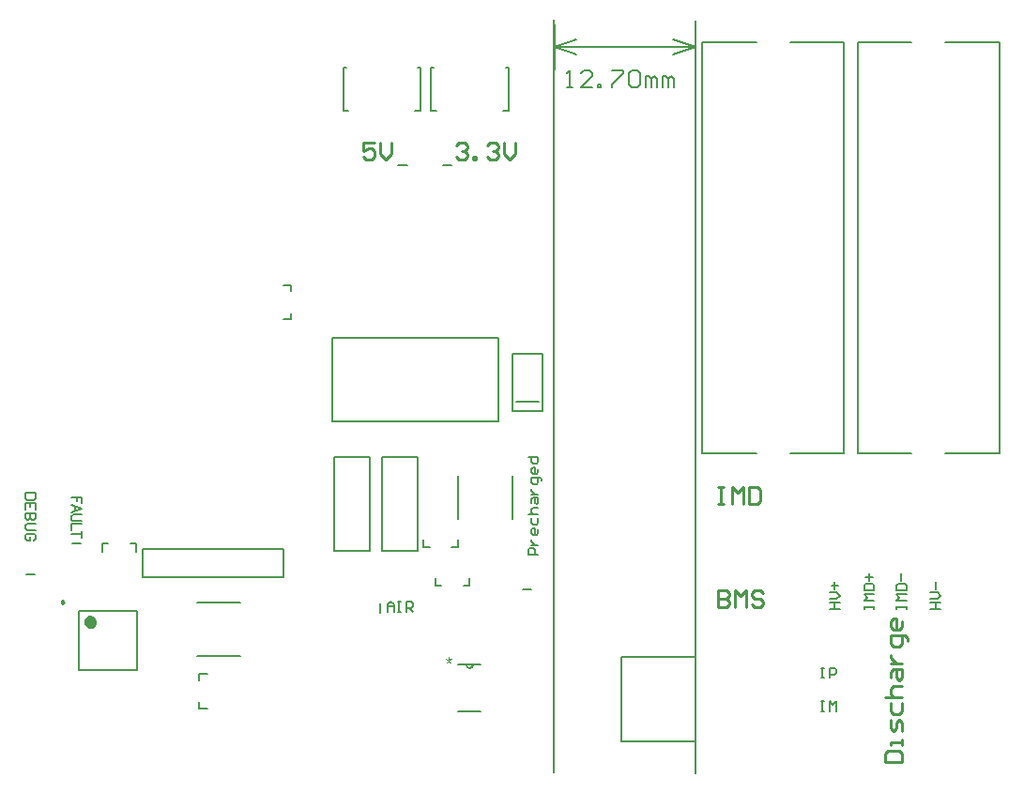
<source format=gto>
G04*
G04 #@! TF.GenerationSoftware,Altium Limited,Altium Designer,19.0.10 (269)*
G04*
G04 Layer_Color=65535*
%FSLAX25Y25*%
%MOIN*%
G70*
G01*
G75*
%ADD10C,0.00984*%
%ADD11C,0.02362*%
%ADD12C,0.00600*%
%ADD13C,0.00591*%
%ADD14C,0.00787*%
%ADD15C,0.00500*%
%ADD16C,0.01000*%
G36*
X195869Y80760D02*
X195898Y80746D01*
X195926Y80717D01*
X195933Y80710D01*
X195948Y80681D01*
X195962Y80638D01*
X195969Y80574D01*
Y79613D01*
X196880Y79914D01*
X196887Y79921D01*
X196916Y79928D01*
X196944Y79936D01*
X196980D01*
X197002Y79928D01*
X197030Y79921D01*
X197066Y79893D01*
X197073Y79885D01*
X197088Y79871D01*
X197102Y79835D01*
X197109Y79799D01*
Y79792D01*
Y79771D01*
X197095Y79742D01*
X197081Y79706D01*
X197073Y79699D01*
X197059Y79685D01*
X197023Y79670D01*
X196966Y79649D01*
X196055Y79348D01*
X196615Y78573D01*
X196622Y78559D01*
X196643Y78530D01*
X196665Y78487D01*
X196672Y78451D01*
Y78444D01*
X196665Y78416D01*
X196658Y78387D01*
X196629Y78351D01*
X196622Y78344D01*
X196600Y78329D01*
X196572Y78315D01*
X196528Y78308D01*
X196514D01*
X196485Y78322D01*
X196442Y78351D01*
X196414Y78373D01*
X196392Y78408D01*
X195826Y79183D01*
X195259Y78408D01*
Y78401D01*
X195245Y78394D01*
X195216Y78358D01*
X195173Y78322D01*
X195152Y78315D01*
X195123Y78308D01*
X195116D01*
X195087Y78315D01*
X195059Y78329D01*
X195023Y78351D01*
X195016Y78358D01*
X195001Y78380D01*
X194987Y78408D01*
X194980Y78451D01*
Y78459D01*
X194987Y78480D01*
X195001Y78523D01*
X195037Y78573D01*
X195604Y79348D01*
X194686Y79656D01*
X194671Y79663D01*
X194643Y79670D01*
X194600Y79692D01*
X194571Y79713D01*
Y79720D01*
X194564Y79735D01*
X194557Y79764D01*
X194550Y79799D01*
Y79807D01*
X194557Y79835D01*
X194564Y79864D01*
X194586Y79893D01*
X194593Y79900D01*
X194614Y79914D01*
X194643Y79928D01*
X194679Y79936D01*
X194707D01*
X194736Y79928D01*
X194779Y79914D01*
X195690Y79613D01*
Y80574D01*
Y80581D01*
Y80588D01*
X195697Y80631D01*
X195704Y80674D01*
X195726Y80717D01*
X195733Y80724D01*
X195754Y80746D01*
X195790Y80760D01*
X195833Y80767D01*
X195840D01*
X195869Y80760D01*
D02*
G37*
D10*
X59153Y100197D02*
X58415Y100623D01*
Y99771D01*
X59153Y100197D01*
D11*
X69488Y93110D02*
X69043Y94034D01*
X68044Y94262D01*
X67243Y93623D01*
Y92598D01*
X68044Y91959D01*
X69043Y92187D01*
X69488Y93110D01*
D12*
X201950Y77785D02*
X202336Y76951D01*
X203200Y76635D01*
X204033Y77022D01*
X204350Y77885D01*
X199213D02*
X203150D01*
X199213Y61485D02*
X207087D01*
X203150Y77885D02*
X207087D01*
X65312Y137500D02*
X61713D01*
X65312D02*
Y135272D01*
X63598Y137500D02*
Y136129D01*
X61713Y132118D02*
X65312Y133489D01*
X61713Y134861D01*
X62912Y134346D02*
Y132633D01*
X65312Y131279D02*
X62741D01*
X62227Y131107D01*
X61884Y130764D01*
X61713Y130250D01*
Y129907D01*
X61884Y129393D01*
X62227Y129050D01*
X62741Y128879D01*
X65312D01*
Y127885D02*
X61713D01*
Y125828D01*
X65312Y124234D02*
X61713D01*
X65312Y125434D02*
Y123035D01*
X48973Y138878D02*
X45374D01*
Y137078D01*
X45974Y136479D01*
X48373D01*
X48973Y137078D01*
Y138878D01*
Y132880D02*
Y135279D01*
X45374D01*
Y132880D01*
X47173Y135279D02*
Y134080D01*
X48973Y131680D02*
X45374D01*
Y129881D01*
X45974Y129281D01*
X46574D01*
X47173Y129881D01*
Y131680D01*
Y129881D01*
X47773Y129281D01*
X48373D01*
X48973Y129881D01*
Y131680D01*
Y128081D02*
X45974D01*
X45374Y127482D01*
Y126282D01*
X45974Y125682D01*
X48973D01*
X48373Y122083D02*
X48973Y122683D01*
Y123883D01*
X48373Y124483D01*
X45974D01*
X45374Y123883D01*
Y122683D01*
X45974Y122083D01*
X47173D01*
Y123283D01*
X327953Y65016D02*
X329152D01*
X328553D01*
Y61417D01*
X327953D01*
X329152D01*
X330952D02*
Y65016D01*
X332151Y63816D01*
X333351Y65016D01*
Y61417D01*
X327953Y76827D02*
X329152D01*
X328553D01*
Y73228D01*
X327953D01*
X329152D01*
X330952D02*
Y76827D01*
X332751D01*
X333351Y76227D01*
Y75028D01*
X332751Y74428D01*
X330952D01*
X331047Y97638D02*
X334646D01*
X332846D01*
Y100037D01*
X331047D01*
X334646D01*
X331047Y101237D02*
X333446D01*
X334646Y102436D01*
X333446Y103636D01*
X331047D01*
X332846Y104835D02*
Y107235D01*
X331647Y106035D02*
X334046D01*
X366874Y97638D02*
X370472D01*
X368673D01*
Y100037D01*
X366874D01*
X370472D01*
X366874Y101237D02*
X369273D01*
X370472Y102436D01*
X369273Y103636D01*
X366874D01*
X368673Y104835D02*
Y107235D01*
X354669Y97638D02*
Y98837D01*
Y98238D01*
X358268D01*
Y97638D01*
Y98837D01*
Y100637D02*
X354669D01*
X355869Y101836D01*
X354669Y103036D01*
X358268D01*
X354669Y104236D02*
X358268D01*
Y106035D01*
X357668Y106635D01*
X355269D01*
X354669Y106035D01*
Y104236D01*
X356468Y107834D02*
Y110234D01*
X343252Y97638D02*
Y98837D01*
Y98238D01*
X346850D01*
Y97638D01*
Y98837D01*
Y100637D02*
X343252D01*
X344451Y101836D01*
X343252Y103036D01*
X346850D01*
X343252Y104236D02*
X346850D01*
Y106035D01*
X346251Y106635D01*
X343851D01*
X343252Y106035D01*
Y104236D01*
X345051Y107834D02*
Y110234D01*
X343851Y109034D02*
X346251D01*
X227559Y116929D02*
X223960D01*
Y118728D01*
X224560Y119328D01*
X225760D01*
X226360Y118728D01*
Y116929D01*
X225160Y120528D02*
X227559D01*
X226360D01*
X225760Y121128D01*
X225160Y121728D01*
Y122327D01*
X227559Y125926D02*
Y124727D01*
X226959Y124127D01*
X225760D01*
X225160Y124727D01*
Y125926D01*
X225760Y126526D01*
X226360D01*
Y124127D01*
X225160Y130125D02*
Y128325D01*
X225760Y127726D01*
X226959D01*
X227559Y128325D01*
Y130125D01*
X223960Y131325D02*
X227559D01*
X225760D01*
X225160Y131924D01*
Y133124D01*
X225760Y133724D01*
X227559D01*
X225160Y135523D02*
Y136723D01*
X225760Y137323D01*
X227559D01*
Y135523D01*
X226959Y134923D01*
X226360Y135523D01*
Y137323D01*
X225160Y138522D02*
X227559D01*
X226360D01*
X225760Y139122D01*
X225160Y139722D01*
Y140322D01*
X228759Y143321D02*
Y143920D01*
X228159Y144520D01*
X225160D01*
Y142721D01*
X225760Y142121D01*
X226959D01*
X227559Y142721D01*
Y144520D01*
Y147519D02*
Y146320D01*
X226959Y145720D01*
X225760D01*
X225160Y146320D01*
Y147519D01*
X225760Y148119D01*
X226360D01*
Y145720D01*
X223960Y151718D02*
X227559D01*
Y149918D01*
X226959Y149319D01*
X225760D01*
X225160Y149918D01*
Y151718D01*
X174016Y96850D02*
Y99250D01*
X175215Y100449D01*
X176415Y99250D01*
Y96850D01*
Y98650D01*
X174016D01*
X177615Y100449D02*
X178814D01*
X178214D01*
Y96850D01*
X177615D01*
X178814D01*
X180614D02*
Y100449D01*
X182413D01*
X183013Y99849D01*
Y98650D01*
X182413Y98050D01*
X180614D01*
X181813D02*
X183013Y96850D01*
X237772Y282946D02*
X239772D01*
X238772D01*
Y288945D01*
X237772Y287945D01*
X246769Y282946D02*
X242771D01*
X246769Y286945D01*
Y287945D01*
X245770Y288945D01*
X243770D01*
X242771Y287945D01*
X248769Y282946D02*
Y283946D01*
X249768D01*
Y282946D01*
X248769D01*
X253767Y288945D02*
X257766D01*
Y287945D01*
X253767Y283946D01*
Y282946D01*
X259765Y287945D02*
X260765Y288945D01*
X262764D01*
X263764Y287945D01*
Y283946D01*
X262764Y282946D01*
X260765D01*
X259765Y283946D01*
Y287945D01*
X265763Y282946D02*
Y286945D01*
X266763D01*
X267763Y285945D01*
Y282946D01*
Y285945D01*
X268762Y286945D01*
X269762Y285945D01*
Y282946D01*
X271761D02*
Y286945D01*
X272761D01*
X273761Y285945D01*
Y282946D01*
Y285945D01*
X274760Y286945D01*
X275760Y285945D01*
Y282946D01*
D13*
X61984Y120953D02*
X65134D01*
X45594Y110051D02*
X48744D01*
X137008Y200591D02*
X139823D01*
Y202756D01*
Y210630D02*
Y212795D01*
X137008D02*
X139823D01*
X84842Y118110D02*
Y120925D01*
X82677D02*
X84842D01*
X72638D02*
X74803D01*
X72638Y118110D02*
Y120925D01*
X107224Y74606D02*
X110039D01*
X107224Y72441D02*
Y74606D01*
Y62402D02*
Y64567D01*
Y62402D02*
X110039D01*
X137047Y109173D02*
Y119173D01*
X87047Y109173D02*
X137047D01*
X87047D02*
Y119173D01*
X137047D01*
X186811Y119626D02*
Y122441D01*
Y119626D02*
X188976D01*
X196850D02*
X199016D01*
Y122441D01*
X229146Y167913D02*
Y188386D01*
X218516Y167913D02*
X229146D01*
X218516D02*
Y188386D01*
X229146D01*
X219894Y171260D02*
X227768D01*
X171248Y96382D02*
Y99532D01*
X190945Y106043D02*
Y108858D01*
Y106043D02*
X193110D01*
X200984D02*
X203150D01*
Y108858D01*
X218504Y129724D02*
Y145079D01*
X199213Y129724D02*
Y145079D01*
X155118Y151772D02*
X167717D01*
X155118Y118307D02*
Y151772D01*
Y118307D02*
X167717D01*
Y151772D01*
X172047D02*
X184646D01*
X172047Y118307D02*
Y151772D01*
Y118307D02*
X184646D01*
Y151772D01*
X221972Y104618D02*
X225122D01*
X233071Y307087D02*
X233071Y39665D01*
X283465Y39370D02*
Y306790D01*
X316929Y299016D02*
X336221D01*
X285827D02*
X305118D01*
X285827Y152953D02*
X305118D01*
X316929D02*
X336221D01*
Y299016D01*
X285827Y152953D02*
Y299016D01*
X340945Y152953D02*
X360236D01*
X372047D02*
X391339D01*
X372047Y299016D02*
X391339D01*
X340945D02*
X360236D01*
X340945Y152953D02*
Y299016D01*
X391339Y152953D02*
Y299016D01*
X257028Y50846D02*
Y80847D01*
X283524D01*
X257028Y50846D02*
X283524D01*
Y80847D01*
X106496Y80905D02*
X121850D01*
X106496Y100197D02*
X121850D01*
X177878Y255524D02*
X181028D01*
X158268Y289961D02*
X159252D01*
X158268Y274606D02*
Y289961D01*
Y274606D02*
X160236D01*
X184843Y289961D02*
X185827D01*
Y274606D02*
Y289961D01*
X183858Y274606D02*
X185827D01*
X193626Y255524D02*
X196776D01*
X189370Y289961D02*
X190354D01*
X189370Y274606D02*
Y289961D01*
Y274606D02*
X191339D01*
X215945Y289961D02*
X216929D01*
Y274606D02*
Y289961D01*
X214961Y274606D02*
X216929D01*
D14*
X64370Y76181D02*
Y97047D01*
X85236Y76181D02*
Y97047D01*
X64370D02*
X85236D01*
X64370Y76181D02*
X85236D01*
X275492Y294718D02*
X283366Y297342D01*
X275492Y299967D02*
X283366Y297342D01*
X233366D02*
X241240Y299967D01*
X233366Y297342D02*
X241240Y294718D01*
X258366Y297342D02*
X283366D01*
X233366D02*
X258366D01*
X283366Y289469D02*
Y305217D01*
X233366Y289469D02*
Y305217D01*
D15*
X154464Y164370D02*
X213521D01*
X154464D02*
Y193898D01*
X213521D01*
Y164370D02*
Y193898D01*
D16*
X291339Y141037D02*
X293338D01*
X292338D01*
Y135039D01*
X291339D01*
X293338D01*
X296337D02*
Y141037D01*
X298336Y139038D01*
X300336Y141037D01*
Y135039D01*
X302335Y141037D02*
Y135039D01*
X305334D01*
X306334Y136039D01*
Y140038D01*
X305334Y141037D01*
X302335D01*
X350695Y43307D02*
X356693D01*
Y46306D01*
X355694Y47306D01*
X351695D01*
X350695Y46306D01*
Y43307D01*
X356693Y49305D02*
Y51305D01*
Y50305D01*
X352695D01*
Y49305D01*
X356693Y54303D02*
Y57303D01*
X355694Y58302D01*
X354694Y57303D01*
Y55303D01*
X353694Y54303D01*
X352695Y55303D01*
Y58302D01*
Y64300D02*
Y61301D01*
X353694Y60302D01*
X355694D01*
X356693Y61301D01*
Y64300D01*
X350695Y66300D02*
X356693D01*
X353694D01*
X352695Y67299D01*
Y69299D01*
X353694Y70298D01*
X356693D01*
X352695Y73297D02*
Y75297D01*
X353694Y76296D01*
X356693D01*
Y73297D01*
X355694Y72298D01*
X354694Y73297D01*
Y76296D01*
X352695Y78296D02*
X356693D01*
X354694D01*
X353694Y79295D01*
X352695Y80295D01*
Y81295D01*
X358693Y86293D02*
Y87293D01*
X357693Y88292D01*
X352695D01*
Y85294D01*
X353694Y84294D01*
X355694D01*
X356693Y85294D01*
Y88292D01*
Y93291D02*
Y91292D01*
X355694Y90292D01*
X353694D01*
X352695Y91292D01*
Y93291D01*
X353694Y94291D01*
X354694D01*
Y90292D01*
X291339Y104423D02*
Y98425D01*
X294338D01*
X295337Y99425D01*
Y100425D01*
X294338Y101424D01*
X291339D01*
X294338D01*
X295337Y102424D01*
Y103424D01*
X294338Y104423D01*
X291339D01*
X297337Y98425D02*
Y104423D01*
X299336Y102424D01*
X301335Y104423D01*
Y98425D01*
X307333Y103424D02*
X306334Y104423D01*
X304334D01*
X303335Y103424D01*
Y102424D01*
X304334Y101424D01*
X306334D01*
X307333Y100425D01*
Y99425D01*
X306334Y98425D01*
X304334D01*
X303335Y99425D01*
X198425Y262479D02*
X199425Y263478D01*
X201424D01*
X202424Y262479D01*
Y261479D01*
X201424Y260479D01*
X200425D01*
X201424D01*
X202424Y259480D01*
Y258480D01*
X201424Y257480D01*
X199425D01*
X198425Y258480D01*
X204423Y257480D02*
Y258480D01*
X205423D01*
Y257480D01*
X204423D01*
X209422Y262479D02*
X210421Y263478D01*
X212421D01*
X213420Y262479D01*
Y261479D01*
X212421Y260479D01*
X211421D01*
X212421D01*
X213420Y259480D01*
Y258480D01*
X212421Y257480D01*
X210421D01*
X209422Y258480D01*
X215420Y263478D02*
Y259480D01*
X217419Y257480D01*
X219418Y259480D01*
Y263478D01*
X169353D02*
X165354D01*
Y260479D01*
X167354Y261479D01*
X168353D01*
X169353Y260479D01*
Y258480D01*
X168353Y257480D01*
X166354D01*
X165354Y258480D01*
X171352Y263478D02*
Y259480D01*
X173352Y257480D01*
X175351Y259480D01*
Y263478D01*
M02*

</source>
